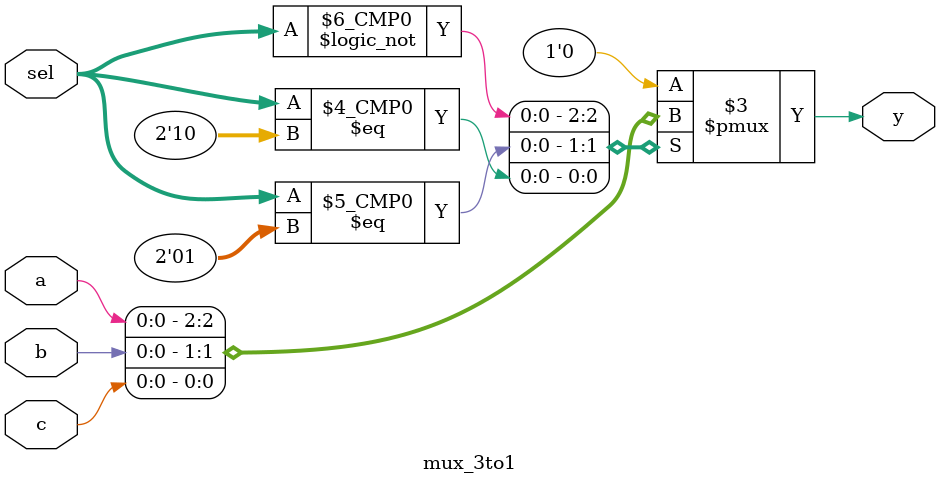
<source format=sv>
module mux_3to1 (
    input  logic [1:0] sel, // 2-bit select signal
    input  logic a,         // Input 0
    input  logic b,         // Input 1
    input  logic c,         // Input 2
    output logic y          // Output
);

    always_comb begin
        case (sel)
            2'b00: y = a;   // When sel is 00, select input a
            2'b01: y = b;   // When sel is 01, select input b
            2'b10: y = c;   // When sel is 10, select input c
            default: y = 1'b0; // Default case to avoid latches
        endcase
    end

endmodule

</source>
